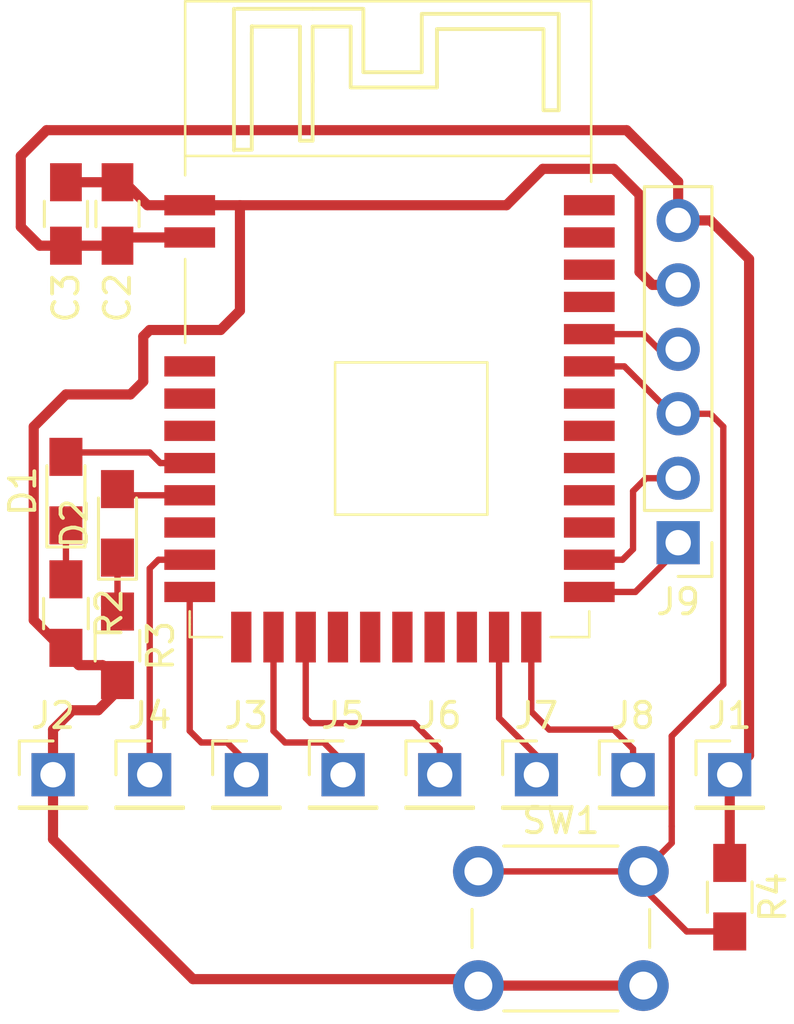
<source format=kicad_pcb>
(kicad_pcb (version 4) (host pcbnew 4.0.7)

  (general
    (links 30)
    (no_connects 0)
    (area 0 0 0 0)
    (thickness 1.6)
    (drawings 0)
    (tracks 111)
    (zones 0)
    (modules 18)
    (nets 36)
  )

  (page A4)
  (layers
    (0 F.Cu signal)
    (31 B.Cu signal)
    (32 B.Adhes user)
    (33 F.Adhes user)
    (34 B.Paste user)
    (35 F.Paste user)
    (36 B.SilkS user)
    (37 F.SilkS user)
    (38 B.Mask user)
    (39 F.Mask user)
    (40 Dwgs.User user)
    (41 Cmts.User user)
    (42 Eco1.User user)
    (43 Eco2.User user)
    (44 Edge.Cuts user)
    (45 Margin user)
    (46 B.CrtYd user)
    (47 F.CrtYd user)
    (48 B.Fab user)
    (49 F.Fab user hide)
  )

  (setup
    (last_trace_width 0.4)
    (user_trace_width 0.4)
    (trace_clearance 0.2)
    (zone_clearance 0.508)
    (zone_45_only no)
    (trace_min 0.2)
    (segment_width 0.2)
    (edge_width 0.1)
    (via_size 0.6)
    (via_drill 0.4)
    (via_min_size 0.6)
    (via_min_drill 0.4)
    (uvia_size 0.3)
    (uvia_drill 0.1)
    (uvias_allowed no)
    (uvia_min_size 0.2)
    (uvia_min_drill 0.1)
    (pcb_text_width 0.3)
    (pcb_text_size 1.5 1.5)
    (mod_edge_width 0.15)
    (mod_text_size 1 1)
    (mod_text_width 0.15)
    (pad_size 1.5 1.5)
    (pad_drill 0.6)
    (pad_to_mask_clearance 0)
    (aux_axis_origin 0 0)
    (visible_elements FFFEFE7F)
    (pcbplotparams
      (layerselection 0x00030_80000001)
      (usegerberextensions false)
      (excludeedgelayer true)
      (linewidth 0.100000)
      (plotframeref false)
      (viasonmask false)
      (mode 1)
      (useauxorigin false)
      (hpglpennumber 1)
      (hpglpenspeed 20)
      (hpglpendiameter 15)
      (hpglpenoverlay 2)
      (psnegative false)
      (psa4output false)
      (plotreference true)
      (plotvalue true)
      (plotinvisibletext false)
      (padsonsilk false)
      (subtractmaskfromsilk false)
      (outputformat 1)
      (mirror false)
      (drillshape 1)
      (scaleselection 1)
      (outputdirectory ""))
  )

  (net 0 "")
  (net 1 "Net-(D1-Pad1)")
  (net 2 LED01)
  (net 3 "Net-(D2-Pad1)")
  (net 4 LED02)
  (net 5 VCC)
  (net 6 GND)
  (net 7 I2C_CLK)
  (net 8 I2C_DATA)
  (net 9 A01)
  (net 10 A02)
  (net 11 TX_DAP)
  (net 12 RX_DAP)
  (net 13 SWDIO_DAP)
  (net 14 SWCLK_DAP)
  (net 15 "Net-(U2-Pad8)")
  (net 16 "Net-(U2-Pad11)")
  (net 17 "Net-(U2-Pad14)")
  (net 18 "Net-(U2-Pad15)")
  (net 19 "Net-(U2-Pad16)")
  (net 20 "Net-(U2-Pad17)")
  (net 21 "Net-(U2-Pad18)")
  (net 22 "Net-(U2-Pad23)")
  (net 23 "Net-(U2-Pad24)")
  (net 24 "Net-(U2-Pad25)")
  (net 25 "Net-(U2-Pad26)")
  (net 26 "Net-(U2-Pad30)")
  (net 27 "Net-(U2-Pad31)")
  (net 28 "Net-(U2-Pad32)")
  (net 29 "Net-(U2-Pad33)")
  (net 30 D08)
  (net 31 D09)
  (net 32 "Net-(U2-Pad3)")
  (net 33 "Net-(U2-Pad27)")
  (net 34 "Net-(U2-Pad4)")
  (net 35 "Net-(U2-Pad5)")

  (net_class Default "This is the default net class."
    (clearance 0.2)
    (trace_width 0.25)
    (via_dia 0.6)
    (via_drill 0.4)
    (uvia_dia 0.3)
    (uvia_drill 0.1)
    (add_net A01)
    (add_net A02)
    (add_net D08)
    (add_net D09)
    (add_net GND)
    (add_net I2C_CLK)
    (add_net I2C_DATA)
    (add_net LED01)
    (add_net LED02)
    (add_net "Net-(D1-Pad1)")
    (add_net "Net-(D2-Pad1)")
    (add_net "Net-(U2-Pad11)")
    (add_net "Net-(U2-Pad14)")
    (add_net "Net-(U2-Pad15)")
    (add_net "Net-(U2-Pad16)")
    (add_net "Net-(U2-Pad17)")
    (add_net "Net-(U2-Pad18)")
    (add_net "Net-(U2-Pad23)")
    (add_net "Net-(U2-Pad24)")
    (add_net "Net-(U2-Pad25)")
    (add_net "Net-(U2-Pad26)")
    (add_net "Net-(U2-Pad27)")
    (add_net "Net-(U2-Pad3)")
    (add_net "Net-(U2-Pad30)")
    (add_net "Net-(U2-Pad31)")
    (add_net "Net-(U2-Pad32)")
    (add_net "Net-(U2-Pad33)")
    (add_net "Net-(U2-Pad4)")
    (add_net "Net-(U2-Pad5)")
    (add_net "Net-(U2-Pad8)")
    (add_net RX_DAP)
    (add_net SWCLK_DAP)
    (add_net SWDIO_DAP)
    (add_net TX_DAP)
    (add_net VCC)
  )

  (net_class VCC ""
    (clearance 0.2)
    (trace_width 0.4)
    (via_dia 0.6)
    (via_drill 0.4)
    (uvia_dia 0.3)
    (uvia_drill 0.1)
  )

  (module LEDs:LED_0805_HandSoldering (layer F.Cu) (tedit 595FCA25) (tstamp 5A781159)
    (at 140.208 70.358 90)
    (descr "Resistor SMD 0805, hand soldering")
    (tags "resistor 0805")
    (path /5A744F95)
    (attr smd)
    (fp_text reference D1 (at 0 -1.7 90) (layer F.SilkS)
      (effects (font (size 1 1) (thickness 0.15)))
    )
    (fp_text value LED (at 0 1.75 90) (layer F.Fab)
      (effects (font (size 1 1) (thickness 0.15)))
    )
    (fp_line (start -0.4 -0.4) (end -0.4 0.4) (layer F.Fab) (width 0.1))
    (fp_line (start -0.4 0) (end 0.2 -0.4) (layer F.Fab) (width 0.1))
    (fp_line (start 0.2 0.4) (end -0.4 0) (layer F.Fab) (width 0.1))
    (fp_line (start 0.2 -0.4) (end 0.2 0.4) (layer F.Fab) (width 0.1))
    (fp_line (start -1 0.62) (end -1 -0.62) (layer F.Fab) (width 0.1))
    (fp_line (start 1 0.62) (end -1 0.62) (layer F.Fab) (width 0.1))
    (fp_line (start 1 -0.62) (end 1 0.62) (layer F.Fab) (width 0.1))
    (fp_line (start -1 -0.62) (end 1 -0.62) (layer F.Fab) (width 0.1))
    (fp_line (start 1 0.75) (end -2.2 0.75) (layer F.SilkS) (width 0.12))
    (fp_line (start -2.2 -0.75) (end 1 -0.75) (layer F.SilkS) (width 0.12))
    (fp_line (start -2.35 -0.9) (end 2.35 -0.9) (layer F.CrtYd) (width 0.05))
    (fp_line (start -2.35 -0.9) (end -2.35 0.9) (layer F.CrtYd) (width 0.05))
    (fp_line (start 2.35 0.9) (end 2.35 -0.9) (layer F.CrtYd) (width 0.05))
    (fp_line (start 2.35 0.9) (end -2.35 0.9) (layer F.CrtYd) (width 0.05))
    (fp_line (start -2.2 -0.75) (end -2.2 0.75) (layer F.SilkS) (width 0.12))
    (pad 1 smd rect (at -1.35 0 90) (size 1.5 1.3) (layers F.Cu F.Paste F.Mask)
      (net 1 "Net-(D1-Pad1)"))
    (pad 2 smd rect (at 1.35 0 90) (size 1.5 1.3) (layers F.Cu F.Paste F.Mask)
      (net 2 LED01))
    (model ${KISYS3DMOD}/LEDs.3dshapes/LED_0805.wrl
      (at (xyz 0 0 0))
      (scale (xyz 1 1 1))
      (rotate (xyz 0 0 0))
    )
  )

  (module LEDs:LED_0805_HandSoldering (layer F.Cu) (tedit 595FCA25) (tstamp 5A78116E)
    (at 142.24 71.628 90)
    (descr "Resistor SMD 0805, hand soldering")
    (tags "resistor 0805")
    (path /5A744F9B)
    (attr smd)
    (fp_text reference D2 (at 0 -1.7 90) (layer F.SilkS)
      (effects (font (size 1 1) (thickness 0.15)))
    )
    (fp_text value LED (at 0 1.75 90) (layer F.Fab)
      (effects (font (size 1 1) (thickness 0.15)))
    )
    (fp_line (start -0.4 -0.4) (end -0.4 0.4) (layer F.Fab) (width 0.1))
    (fp_line (start -0.4 0) (end 0.2 -0.4) (layer F.Fab) (width 0.1))
    (fp_line (start 0.2 0.4) (end -0.4 0) (layer F.Fab) (width 0.1))
    (fp_line (start 0.2 -0.4) (end 0.2 0.4) (layer F.Fab) (width 0.1))
    (fp_line (start -1 0.62) (end -1 -0.62) (layer F.Fab) (width 0.1))
    (fp_line (start 1 0.62) (end -1 0.62) (layer F.Fab) (width 0.1))
    (fp_line (start 1 -0.62) (end 1 0.62) (layer F.Fab) (width 0.1))
    (fp_line (start -1 -0.62) (end 1 -0.62) (layer F.Fab) (width 0.1))
    (fp_line (start 1 0.75) (end -2.2 0.75) (layer F.SilkS) (width 0.12))
    (fp_line (start -2.2 -0.75) (end 1 -0.75) (layer F.SilkS) (width 0.12))
    (fp_line (start -2.35 -0.9) (end 2.35 -0.9) (layer F.CrtYd) (width 0.05))
    (fp_line (start -2.35 -0.9) (end -2.35 0.9) (layer F.CrtYd) (width 0.05))
    (fp_line (start 2.35 0.9) (end 2.35 -0.9) (layer F.CrtYd) (width 0.05))
    (fp_line (start 2.35 0.9) (end -2.35 0.9) (layer F.CrtYd) (width 0.05))
    (fp_line (start -2.2 -0.75) (end -2.2 0.75) (layer F.SilkS) (width 0.12))
    (pad 1 smd rect (at -1.35 0 90) (size 1.5 1.3) (layers F.Cu F.Paste F.Mask)
      (net 3 "Net-(D2-Pad1)"))
    (pad 2 smd rect (at 1.35 0 90) (size 1.5 1.3) (layers F.Cu F.Paste F.Mask)
      (net 4 LED02))
    (model ${KISYS3DMOD}/LEDs.3dshapes/LED_0805.wrl
      (at (xyz 0 0 0))
      (scale (xyz 1 1 1))
      (rotate (xyz 0 0 0))
    )
  )

  (module Pin_Headers:Pin_Header_Straight_1x01_Pitch2.54mm (layer F.Cu) (tedit 59650532) (tstamp 5A781183)
    (at 166.37 81.534)
    (descr "Through hole straight pin header, 1x01, 2.54mm pitch, single row")
    (tags "Through hole pin header THT 1x01 2.54mm single row")
    (path /5A7471DE)
    (fp_text reference J1 (at 0 -2.33) (layer F.SilkS)
      (effects (font (size 1 1) (thickness 0.15)))
    )
    (fp_text value Conn_VCC (at 0 2.33) (layer F.Fab)
      (effects (font (size 1 1) (thickness 0.15)))
    )
    (fp_line (start -0.635 -1.27) (end 1.27 -1.27) (layer F.Fab) (width 0.1))
    (fp_line (start 1.27 -1.27) (end 1.27 1.27) (layer F.Fab) (width 0.1))
    (fp_line (start 1.27 1.27) (end -1.27 1.27) (layer F.Fab) (width 0.1))
    (fp_line (start -1.27 1.27) (end -1.27 -0.635) (layer F.Fab) (width 0.1))
    (fp_line (start -1.27 -0.635) (end -0.635 -1.27) (layer F.Fab) (width 0.1))
    (fp_line (start -1.33 1.33) (end 1.33 1.33) (layer F.SilkS) (width 0.12))
    (fp_line (start -1.33 1.27) (end -1.33 1.33) (layer F.SilkS) (width 0.12))
    (fp_line (start 1.33 1.27) (end 1.33 1.33) (layer F.SilkS) (width 0.12))
    (fp_line (start -1.33 1.27) (end 1.33 1.27) (layer F.SilkS) (width 0.12))
    (fp_line (start -1.33 0) (end -1.33 -1.33) (layer F.SilkS) (width 0.12))
    (fp_line (start -1.33 -1.33) (end 0 -1.33) (layer F.SilkS) (width 0.12))
    (fp_line (start -1.8 -1.8) (end -1.8 1.8) (layer F.CrtYd) (width 0.05))
    (fp_line (start -1.8 1.8) (end 1.8 1.8) (layer F.CrtYd) (width 0.05))
    (fp_line (start 1.8 1.8) (end 1.8 -1.8) (layer F.CrtYd) (width 0.05))
    (fp_line (start 1.8 -1.8) (end -1.8 -1.8) (layer F.CrtYd) (width 0.05))
    (fp_text user %R (at 0 0 90) (layer F.Fab)
      (effects (font (size 1 1) (thickness 0.15)))
    )
    (pad 1 thru_hole rect (at 0 0) (size 1.7 1.7) (drill 1) (layers *.Cu *.Mask)
      (net 5 VCC))
    (model ${KISYS3DMOD}/Pin_Headers.3dshapes/Pin_Header_Straight_1x01_Pitch2.54mm.wrl
      (at (xyz 0 0 0))
      (scale (xyz 1 1 1))
      (rotate (xyz 0 0 0))
    )
  )

  (module Pin_Headers:Pin_Header_Straight_1x01_Pitch2.54mm (layer F.Cu) (tedit 59650532) (tstamp 5A781198)
    (at 139.7 81.534)
    (descr "Through hole straight pin header, 1x01, 2.54mm pitch, single row")
    (tags "Through hole pin header THT 1x01 2.54mm single row")
    (path /5A747223)
    (fp_text reference J2 (at 0 -2.33) (layer F.SilkS)
      (effects (font (size 1 1) (thickness 0.15)))
    )
    (fp_text value Conn_GND (at 0 2.33) (layer F.Fab)
      (effects (font (size 1 1) (thickness 0.15)))
    )
    (fp_line (start -0.635 -1.27) (end 1.27 -1.27) (layer F.Fab) (width 0.1))
    (fp_line (start 1.27 -1.27) (end 1.27 1.27) (layer F.Fab) (width 0.1))
    (fp_line (start 1.27 1.27) (end -1.27 1.27) (layer F.Fab) (width 0.1))
    (fp_line (start -1.27 1.27) (end -1.27 -0.635) (layer F.Fab) (width 0.1))
    (fp_line (start -1.27 -0.635) (end -0.635 -1.27) (layer F.Fab) (width 0.1))
    (fp_line (start -1.33 1.33) (end 1.33 1.33) (layer F.SilkS) (width 0.12))
    (fp_line (start -1.33 1.27) (end -1.33 1.33) (layer F.SilkS) (width 0.12))
    (fp_line (start 1.33 1.27) (end 1.33 1.33) (layer F.SilkS) (width 0.12))
    (fp_line (start -1.33 1.27) (end 1.33 1.27) (layer F.SilkS) (width 0.12))
    (fp_line (start -1.33 0) (end -1.33 -1.33) (layer F.SilkS) (width 0.12))
    (fp_line (start -1.33 -1.33) (end 0 -1.33) (layer F.SilkS) (width 0.12))
    (fp_line (start -1.8 -1.8) (end -1.8 1.8) (layer F.CrtYd) (width 0.05))
    (fp_line (start -1.8 1.8) (end 1.8 1.8) (layer F.CrtYd) (width 0.05))
    (fp_line (start 1.8 1.8) (end 1.8 -1.8) (layer F.CrtYd) (width 0.05))
    (fp_line (start 1.8 -1.8) (end -1.8 -1.8) (layer F.CrtYd) (width 0.05))
    (fp_text user %R (at 0 0 90) (layer F.Fab)
      (effects (font (size 1 1) (thickness 0.15)))
    )
    (pad 1 thru_hole rect (at 0 0) (size 1.7 1.7) (drill 1) (layers *.Cu *.Mask)
      (net 6 GND))
    (model ${KISYS3DMOD}/Pin_Headers.3dshapes/Pin_Header_Straight_1x01_Pitch2.54mm.wrl
      (at (xyz 0 0 0))
      (scale (xyz 1 1 1))
      (rotate (xyz 0 0 0))
    )
  )

  (module Pin_Headers:Pin_Header_Straight_1x01_Pitch2.54mm (layer F.Cu) (tedit 59650532) (tstamp 5A7811AD)
    (at 147.32 81.534)
    (descr "Through hole straight pin header, 1x01, 2.54mm pitch, single row")
    (tags "Through hole pin header THT 1x01 2.54mm single row")
    (path /5A7477F3)
    (fp_text reference J3 (at 0 -2.33) (layer F.SilkS)
      (effects (font (size 1 1) (thickness 0.15)))
    )
    (fp_text value Conn_I2C_CLK (at 0 2.33) (layer F.Fab)
      (effects (font (size 1 1) (thickness 0.15)))
    )
    (fp_line (start -0.635 -1.27) (end 1.27 -1.27) (layer F.Fab) (width 0.1))
    (fp_line (start 1.27 -1.27) (end 1.27 1.27) (layer F.Fab) (width 0.1))
    (fp_line (start 1.27 1.27) (end -1.27 1.27) (layer F.Fab) (width 0.1))
    (fp_line (start -1.27 1.27) (end -1.27 -0.635) (layer F.Fab) (width 0.1))
    (fp_line (start -1.27 -0.635) (end -0.635 -1.27) (layer F.Fab) (width 0.1))
    (fp_line (start -1.33 1.33) (end 1.33 1.33) (layer F.SilkS) (width 0.12))
    (fp_line (start -1.33 1.27) (end -1.33 1.33) (layer F.SilkS) (width 0.12))
    (fp_line (start 1.33 1.27) (end 1.33 1.33) (layer F.SilkS) (width 0.12))
    (fp_line (start -1.33 1.27) (end 1.33 1.27) (layer F.SilkS) (width 0.12))
    (fp_line (start -1.33 0) (end -1.33 -1.33) (layer F.SilkS) (width 0.12))
    (fp_line (start -1.33 -1.33) (end 0 -1.33) (layer F.SilkS) (width 0.12))
    (fp_line (start -1.8 -1.8) (end -1.8 1.8) (layer F.CrtYd) (width 0.05))
    (fp_line (start -1.8 1.8) (end 1.8 1.8) (layer F.CrtYd) (width 0.05))
    (fp_line (start 1.8 1.8) (end 1.8 -1.8) (layer F.CrtYd) (width 0.05))
    (fp_line (start 1.8 -1.8) (end -1.8 -1.8) (layer F.CrtYd) (width 0.05))
    (fp_text user %R (at 0 0 90) (layer F.Fab)
      (effects (font (size 1 1) (thickness 0.15)))
    )
    (pad 1 thru_hole rect (at 0 0) (size 1.7 1.7) (drill 1) (layers *.Cu *.Mask)
      (net 7 I2C_CLK))
    (model ${KISYS3DMOD}/Pin_Headers.3dshapes/Pin_Header_Straight_1x01_Pitch2.54mm.wrl
      (at (xyz 0 0 0))
      (scale (xyz 1 1 1))
      (rotate (xyz 0 0 0))
    )
  )

  (module Pin_Headers:Pin_Header_Straight_1x01_Pitch2.54mm (layer F.Cu) (tedit 59650532) (tstamp 5A7811C2)
    (at 143.51 81.534)
    (descr "Through hole straight pin header, 1x01, 2.54mm pitch, single row")
    (tags "Through hole pin header THT 1x01 2.54mm single row")
    (path /5A7477F9)
    (fp_text reference J4 (at 0 -2.33) (layer F.SilkS)
      (effects (font (size 1 1) (thickness 0.15)))
    )
    (fp_text value Conn_I2C_DATA (at 0 2.33) (layer F.Fab)
      (effects (font (size 1 1) (thickness 0.15)))
    )
    (fp_line (start -0.635 -1.27) (end 1.27 -1.27) (layer F.Fab) (width 0.1))
    (fp_line (start 1.27 -1.27) (end 1.27 1.27) (layer F.Fab) (width 0.1))
    (fp_line (start 1.27 1.27) (end -1.27 1.27) (layer F.Fab) (width 0.1))
    (fp_line (start -1.27 1.27) (end -1.27 -0.635) (layer F.Fab) (width 0.1))
    (fp_line (start -1.27 -0.635) (end -0.635 -1.27) (layer F.Fab) (width 0.1))
    (fp_line (start -1.33 1.33) (end 1.33 1.33) (layer F.SilkS) (width 0.12))
    (fp_line (start -1.33 1.27) (end -1.33 1.33) (layer F.SilkS) (width 0.12))
    (fp_line (start 1.33 1.27) (end 1.33 1.33) (layer F.SilkS) (width 0.12))
    (fp_line (start -1.33 1.27) (end 1.33 1.27) (layer F.SilkS) (width 0.12))
    (fp_line (start -1.33 0) (end -1.33 -1.33) (layer F.SilkS) (width 0.12))
    (fp_line (start -1.33 -1.33) (end 0 -1.33) (layer F.SilkS) (width 0.12))
    (fp_line (start -1.8 -1.8) (end -1.8 1.8) (layer F.CrtYd) (width 0.05))
    (fp_line (start -1.8 1.8) (end 1.8 1.8) (layer F.CrtYd) (width 0.05))
    (fp_line (start 1.8 1.8) (end 1.8 -1.8) (layer F.CrtYd) (width 0.05))
    (fp_line (start 1.8 -1.8) (end -1.8 -1.8) (layer F.CrtYd) (width 0.05))
    (fp_text user %R (at 0 0 90) (layer F.Fab)
      (effects (font (size 1 1) (thickness 0.15)))
    )
    (pad 1 thru_hole rect (at 0 0) (size 1.7 1.7) (drill 1) (layers *.Cu *.Mask)
      (net 8 I2C_DATA))
    (model ${KISYS3DMOD}/Pin_Headers.3dshapes/Pin_Header_Straight_1x01_Pitch2.54mm.wrl
      (at (xyz 0 0 0))
      (scale (xyz 1 1 1))
      (rotate (xyz 0 0 0))
    )
  )

  (module Pin_Headers:Pin_Header_Straight_1x01_Pitch2.54mm (layer F.Cu) (tedit 59650532) (tstamp 5A7811D7)
    (at 151.13 81.534)
    (descr "Through hole straight pin header, 1x01, 2.54mm pitch, single row")
    (tags "Through hole pin header THT 1x01 2.54mm single row")
    (path /5A746FEE)
    (fp_text reference J5 (at 0 -2.33) (layer F.SilkS)
      (effects (font (size 1 1) (thickness 0.15)))
    )
    (fp_text value Conn_A01 (at 0 2.33) (layer F.Fab)
      (effects (font (size 1 1) (thickness 0.15)))
    )
    (fp_line (start -0.635 -1.27) (end 1.27 -1.27) (layer F.Fab) (width 0.1))
    (fp_line (start 1.27 -1.27) (end 1.27 1.27) (layer F.Fab) (width 0.1))
    (fp_line (start 1.27 1.27) (end -1.27 1.27) (layer F.Fab) (width 0.1))
    (fp_line (start -1.27 1.27) (end -1.27 -0.635) (layer F.Fab) (width 0.1))
    (fp_line (start -1.27 -0.635) (end -0.635 -1.27) (layer F.Fab) (width 0.1))
    (fp_line (start -1.33 1.33) (end 1.33 1.33) (layer F.SilkS) (width 0.12))
    (fp_line (start -1.33 1.27) (end -1.33 1.33) (layer F.SilkS) (width 0.12))
    (fp_line (start 1.33 1.27) (end 1.33 1.33) (layer F.SilkS) (width 0.12))
    (fp_line (start -1.33 1.27) (end 1.33 1.27) (layer F.SilkS) (width 0.12))
    (fp_line (start -1.33 0) (end -1.33 -1.33) (layer F.SilkS) (width 0.12))
    (fp_line (start -1.33 -1.33) (end 0 -1.33) (layer F.SilkS) (width 0.12))
    (fp_line (start -1.8 -1.8) (end -1.8 1.8) (layer F.CrtYd) (width 0.05))
    (fp_line (start -1.8 1.8) (end 1.8 1.8) (layer F.CrtYd) (width 0.05))
    (fp_line (start 1.8 1.8) (end 1.8 -1.8) (layer F.CrtYd) (width 0.05))
    (fp_line (start 1.8 -1.8) (end -1.8 -1.8) (layer F.CrtYd) (width 0.05))
    (fp_text user %R (at 0 0 90) (layer F.Fab)
      (effects (font (size 1 1) (thickness 0.15)))
    )
    (pad 1 thru_hole rect (at 0 0) (size 1.7 1.7) (drill 1) (layers *.Cu *.Mask)
      (net 9 A01))
    (model ${KISYS3DMOD}/Pin_Headers.3dshapes/Pin_Header_Straight_1x01_Pitch2.54mm.wrl
      (at (xyz 0 0 0))
      (scale (xyz 1 1 1))
      (rotate (xyz 0 0 0))
    )
  )

  (module Pin_Headers:Pin_Header_Straight_1x01_Pitch2.54mm (layer F.Cu) (tedit 59650532) (tstamp 5A7811EC)
    (at 154.94 81.534)
    (descr "Through hole straight pin header, 1x01, 2.54mm pitch, single row")
    (tags "Through hole pin header THT 1x01 2.54mm single row")
    (path /5A7472C1)
    (fp_text reference J6 (at 0 -2.33) (layer F.SilkS)
      (effects (font (size 1 1) (thickness 0.15)))
    )
    (fp_text value Conn_A02 (at 0 2.33) (layer F.Fab)
      (effects (font (size 1 1) (thickness 0.15)))
    )
    (fp_line (start -0.635 -1.27) (end 1.27 -1.27) (layer F.Fab) (width 0.1))
    (fp_line (start 1.27 -1.27) (end 1.27 1.27) (layer F.Fab) (width 0.1))
    (fp_line (start 1.27 1.27) (end -1.27 1.27) (layer F.Fab) (width 0.1))
    (fp_line (start -1.27 1.27) (end -1.27 -0.635) (layer F.Fab) (width 0.1))
    (fp_line (start -1.27 -0.635) (end -0.635 -1.27) (layer F.Fab) (width 0.1))
    (fp_line (start -1.33 1.33) (end 1.33 1.33) (layer F.SilkS) (width 0.12))
    (fp_line (start -1.33 1.27) (end -1.33 1.33) (layer F.SilkS) (width 0.12))
    (fp_line (start 1.33 1.27) (end 1.33 1.33) (layer F.SilkS) (width 0.12))
    (fp_line (start -1.33 1.27) (end 1.33 1.27) (layer F.SilkS) (width 0.12))
    (fp_line (start -1.33 0) (end -1.33 -1.33) (layer F.SilkS) (width 0.12))
    (fp_line (start -1.33 -1.33) (end 0 -1.33) (layer F.SilkS) (width 0.12))
    (fp_line (start -1.8 -1.8) (end -1.8 1.8) (layer F.CrtYd) (width 0.05))
    (fp_line (start -1.8 1.8) (end 1.8 1.8) (layer F.CrtYd) (width 0.05))
    (fp_line (start 1.8 1.8) (end 1.8 -1.8) (layer F.CrtYd) (width 0.05))
    (fp_line (start 1.8 -1.8) (end -1.8 -1.8) (layer F.CrtYd) (width 0.05))
    (fp_text user %R (at 0 0 90) (layer F.Fab)
      (effects (font (size 1 1) (thickness 0.15)))
    )
    (pad 1 thru_hole rect (at 0 0) (size 1.7 1.7) (drill 1) (layers *.Cu *.Mask)
      (net 10 A02))
    (model ${KISYS3DMOD}/Pin_Headers.3dshapes/Pin_Header_Straight_1x01_Pitch2.54mm.wrl
      (at (xyz 0 0 0))
      (scale (xyz 1 1 1))
      (rotate (xyz 0 0 0))
    )
  )

  (module Pin_Headers:Pin_Header_Straight_1x01_Pitch2.54mm (layer F.Cu) (tedit 59650532) (tstamp 5A781201)
    (at 158.75 81.534)
    (descr "Through hole straight pin header, 1x01, 2.54mm pitch, single row")
    (tags "Through hole pin header THT 1x01 2.54mm single row")
    (path /5A747886)
    (fp_text reference J7 (at 0 -2.33) (layer F.SilkS)
      (effects (font (size 1 1) (thickness 0.15)))
    )
    (fp_text value Conn_D08 (at 0 2.33) (layer F.Fab)
      (effects (font (size 1 1) (thickness 0.15)))
    )
    (fp_line (start -0.635 -1.27) (end 1.27 -1.27) (layer F.Fab) (width 0.1))
    (fp_line (start 1.27 -1.27) (end 1.27 1.27) (layer F.Fab) (width 0.1))
    (fp_line (start 1.27 1.27) (end -1.27 1.27) (layer F.Fab) (width 0.1))
    (fp_line (start -1.27 1.27) (end -1.27 -0.635) (layer F.Fab) (width 0.1))
    (fp_line (start -1.27 -0.635) (end -0.635 -1.27) (layer F.Fab) (width 0.1))
    (fp_line (start -1.33 1.33) (end 1.33 1.33) (layer F.SilkS) (width 0.12))
    (fp_line (start -1.33 1.27) (end -1.33 1.33) (layer F.SilkS) (width 0.12))
    (fp_line (start 1.33 1.27) (end 1.33 1.33) (layer F.SilkS) (width 0.12))
    (fp_line (start -1.33 1.27) (end 1.33 1.27) (layer F.SilkS) (width 0.12))
    (fp_line (start -1.33 0) (end -1.33 -1.33) (layer F.SilkS) (width 0.12))
    (fp_line (start -1.33 -1.33) (end 0 -1.33) (layer F.SilkS) (width 0.12))
    (fp_line (start -1.8 -1.8) (end -1.8 1.8) (layer F.CrtYd) (width 0.05))
    (fp_line (start -1.8 1.8) (end 1.8 1.8) (layer F.CrtYd) (width 0.05))
    (fp_line (start 1.8 1.8) (end 1.8 -1.8) (layer F.CrtYd) (width 0.05))
    (fp_line (start 1.8 -1.8) (end -1.8 -1.8) (layer F.CrtYd) (width 0.05))
    (fp_text user %R (at 0 0 90) (layer F.Fab)
      (effects (font (size 1 1) (thickness 0.15)))
    )
    (pad 1 thru_hole rect (at 0 0) (size 1.7 1.7) (drill 1) (layers *.Cu *.Mask)
      (net 30 D08))
    (model ${KISYS3DMOD}/Pin_Headers.3dshapes/Pin_Header_Straight_1x01_Pitch2.54mm.wrl
      (at (xyz 0 0 0))
      (scale (xyz 1 1 1))
      (rotate (xyz 0 0 0))
    )
  )

  (module Pin_Headers:Pin_Header_Straight_1x01_Pitch2.54mm (layer F.Cu) (tedit 59650532) (tstamp 5A781216)
    (at 162.56 81.534)
    (descr "Through hole straight pin header, 1x01, 2.54mm pitch, single row")
    (tags "Through hole pin header THT 1x01 2.54mm single row")
    (path /5A74788C)
    (fp_text reference J8 (at 0 -2.33) (layer F.SilkS)
      (effects (font (size 1 1) (thickness 0.15)))
    )
    (fp_text value Conn_D09 (at 0 2.33) (layer F.Fab)
      (effects (font (size 1 1) (thickness 0.15)))
    )
    (fp_line (start -0.635 -1.27) (end 1.27 -1.27) (layer F.Fab) (width 0.1))
    (fp_line (start 1.27 -1.27) (end 1.27 1.27) (layer F.Fab) (width 0.1))
    (fp_line (start 1.27 1.27) (end -1.27 1.27) (layer F.Fab) (width 0.1))
    (fp_line (start -1.27 1.27) (end -1.27 -0.635) (layer F.Fab) (width 0.1))
    (fp_line (start -1.27 -0.635) (end -0.635 -1.27) (layer F.Fab) (width 0.1))
    (fp_line (start -1.33 1.33) (end 1.33 1.33) (layer F.SilkS) (width 0.12))
    (fp_line (start -1.33 1.27) (end -1.33 1.33) (layer F.SilkS) (width 0.12))
    (fp_line (start 1.33 1.27) (end 1.33 1.33) (layer F.SilkS) (width 0.12))
    (fp_line (start -1.33 1.27) (end 1.33 1.27) (layer F.SilkS) (width 0.12))
    (fp_line (start -1.33 0) (end -1.33 -1.33) (layer F.SilkS) (width 0.12))
    (fp_line (start -1.33 -1.33) (end 0 -1.33) (layer F.SilkS) (width 0.12))
    (fp_line (start -1.8 -1.8) (end -1.8 1.8) (layer F.CrtYd) (width 0.05))
    (fp_line (start -1.8 1.8) (end 1.8 1.8) (layer F.CrtYd) (width 0.05))
    (fp_line (start 1.8 1.8) (end 1.8 -1.8) (layer F.CrtYd) (width 0.05))
    (fp_line (start 1.8 -1.8) (end -1.8 -1.8) (layer F.CrtYd) (width 0.05))
    (fp_text user %R (at 0 0 90) (layer F.Fab)
      (effects (font (size 1 1) (thickness 0.15)))
    )
    (pad 1 thru_hole rect (at 0 0) (size 1.7 1.7) (drill 1) (layers *.Cu *.Mask)
      (net 31 D09))
    (model ${KISYS3DMOD}/Pin_Headers.3dshapes/Pin_Header_Straight_1x01_Pitch2.54mm.wrl
      (at (xyz 0 0 0))
      (scale (xyz 1 1 1))
      (rotate (xyz 0 0 0))
    )
  )

  (module Pin_Headers:Pin_Header_Straight_1x06_Pitch2.54mm (layer F.Cu) (tedit 59650532) (tstamp 5A781230)
    (at 164.338 72.39 180)
    (descr "Through hole straight pin header, 1x06, 2.54mm pitch, single row")
    (tags "Through hole pin header THT 1x06 2.54mm single row")
    (path /5A74268B)
    (fp_text reference J9 (at 0 -2.33 180) (layer F.SilkS)
      (effects (font (size 1 1) (thickness 0.15)))
    )
    (fp_text value Conn_DAP (at 0 15.03 180) (layer F.Fab)
      (effects (font (size 1 1) (thickness 0.15)))
    )
    (fp_line (start -0.635 -1.27) (end 1.27 -1.27) (layer F.Fab) (width 0.1))
    (fp_line (start 1.27 -1.27) (end 1.27 13.97) (layer F.Fab) (width 0.1))
    (fp_line (start 1.27 13.97) (end -1.27 13.97) (layer F.Fab) (width 0.1))
    (fp_line (start -1.27 13.97) (end -1.27 -0.635) (layer F.Fab) (width 0.1))
    (fp_line (start -1.27 -0.635) (end -0.635 -1.27) (layer F.Fab) (width 0.1))
    (fp_line (start -1.33 14.03) (end 1.33 14.03) (layer F.SilkS) (width 0.12))
    (fp_line (start -1.33 1.27) (end -1.33 14.03) (layer F.SilkS) (width 0.12))
    (fp_line (start 1.33 1.27) (end 1.33 14.03) (layer F.SilkS) (width 0.12))
    (fp_line (start -1.33 1.27) (end 1.33 1.27) (layer F.SilkS) (width 0.12))
    (fp_line (start -1.33 0) (end -1.33 -1.33) (layer F.SilkS) (width 0.12))
    (fp_line (start -1.33 -1.33) (end 0 -1.33) (layer F.SilkS) (width 0.12))
    (fp_line (start -1.8 -1.8) (end -1.8 14.5) (layer F.CrtYd) (width 0.05))
    (fp_line (start -1.8 14.5) (end 1.8 14.5) (layer F.CrtYd) (width 0.05))
    (fp_line (start 1.8 14.5) (end 1.8 -1.8) (layer F.CrtYd) (width 0.05))
    (fp_line (start 1.8 -1.8) (end -1.8 -1.8) (layer F.CrtYd) (width 0.05))
    (fp_text user %R (at 0 6.35 270) (layer F.Fab)
      (effects (font (size 1 1) (thickness 0.15)))
    )
    (pad 1 thru_hole rect (at 0 0 180) (size 1.7 1.7) (drill 1) (layers *.Cu *.Mask)
      (net 11 TX_DAP))
    (pad 2 thru_hole oval (at 0 2.54 180) (size 1.7 1.7) (drill 1) (layers *.Cu *.Mask)
      (net 12 RX_DAP))
    (pad 3 thru_hole oval (at 0 5.08 180) (size 1.7 1.7) (drill 1) (layers *.Cu *.Mask)
      (net 13 SWDIO_DAP))
    (pad 4 thru_hole oval (at 0 7.62 180) (size 1.7 1.7) (drill 1) (layers *.Cu *.Mask)
      (net 14 SWCLK_DAP))
    (pad 5 thru_hole oval (at 0 10.16 180) (size 1.7 1.7) (drill 1) (layers *.Cu *.Mask)
      (net 6 GND))
    (pad 6 thru_hole oval (at 0 12.7 180) (size 1.7 1.7) (drill 1) (layers *.Cu *.Mask)
      (net 5 VCC))
    (model ${KISYS3DMOD}/Pin_Headers.3dshapes/Pin_Header_Straight_1x06_Pitch2.54mm.wrl
      (at (xyz 0 0 0))
      (scale (xyz 1 1 1))
      (rotate (xyz 0 0 0))
    )
  )

  (module Resistors_SMD:R_0805_HandSoldering (layer F.Cu) (tedit 58E0A804) (tstamp 5A781241)
    (at 140.208 75.184 270)
    (descr "Resistor SMD 0805, hand soldering")
    (tags "resistor 0805")
    (path /5A744FA1)
    (attr smd)
    (fp_text reference R2 (at 0 -1.7 270) (layer F.SilkS)
      (effects (font (size 1 1) (thickness 0.15)))
    )
    (fp_text value 1K (at 0 1.75 270) (layer F.Fab)
      (effects (font (size 1 1) (thickness 0.15)))
    )
    (fp_text user %R (at 0 0 270) (layer F.Fab)
      (effects (font (size 0.5 0.5) (thickness 0.075)))
    )
    (fp_line (start -1 0.62) (end -1 -0.62) (layer F.Fab) (width 0.1))
    (fp_line (start 1 0.62) (end -1 0.62) (layer F.Fab) (width 0.1))
    (fp_line (start 1 -0.62) (end 1 0.62) (layer F.Fab) (width 0.1))
    (fp_line (start -1 -0.62) (end 1 -0.62) (layer F.Fab) (width 0.1))
    (fp_line (start 0.6 0.88) (end -0.6 0.88) (layer F.SilkS) (width 0.12))
    (fp_line (start -0.6 -0.88) (end 0.6 -0.88) (layer F.SilkS) (width 0.12))
    (fp_line (start -2.35 -0.9) (end 2.35 -0.9) (layer F.CrtYd) (width 0.05))
    (fp_line (start -2.35 -0.9) (end -2.35 0.9) (layer F.CrtYd) (width 0.05))
    (fp_line (start 2.35 0.9) (end 2.35 -0.9) (layer F.CrtYd) (width 0.05))
    (fp_line (start 2.35 0.9) (end -2.35 0.9) (layer F.CrtYd) (width 0.05))
    (pad 1 smd rect (at -1.35 0 270) (size 1.5 1.3) (layers F.Cu F.Paste F.Mask)
      (net 1 "Net-(D1-Pad1)"))
    (pad 2 smd rect (at 1.35 0 270) (size 1.5 1.3) (layers F.Cu F.Paste F.Mask)
      (net 6 GND))
    (model ${KISYS3DMOD}/Resistors_SMD.3dshapes/R_0805.wrl
      (at (xyz 0 0 0))
      (scale (xyz 1 1 1))
      (rotate (xyz 0 0 0))
    )
  )

  (module Resistors_SMD:R_0805_HandSoldering (layer F.Cu) (tedit 58E0A804) (tstamp 5A781252)
    (at 142.24 76.454 270)
    (descr "Resistor SMD 0805, hand soldering")
    (tags "resistor 0805")
    (path /5A744FA7)
    (attr smd)
    (fp_text reference R3 (at 0 -1.7 270) (layer F.SilkS)
      (effects (font (size 1 1) (thickness 0.15)))
    )
    (fp_text value 1K (at 0 1.75 270) (layer F.Fab)
      (effects (font (size 1 1) (thickness 0.15)))
    )
    (fp_text user %R (at 0 0 270) (layer F.Fab)
      (effects (font (size 0.5 0.5) (thickness 0.075)))
    )
    (fp_line (start -1 0.62) (end -1 -0.62) (layer F.Fab) (width 0.1))
    (fp_line (start 1 0.62) (end -1 0.62) (layer F.Fab) (width 0.1))
    (fp_line (start 1 -0.62) (end 1 0.62) (layer F.Fab) (width 0.1))
    (fp_line (start -1 -0.62) (end 1 -0.62) (layer F.Fab) (width 0.1))
    (fp_line (start 0.6 0.88) (end -0.6 0.88) (layer F.SilkS) (width 0.12))
    (fp_line (start -0.6 -0.88) (end 0.6 -0.88) (layer F.SilkS) (width 0.12))
    (fp_line (start -2.35 -0.9) (end 2.35 -0.9) (layer F.CrtYd) (width 0.05))
    (fp_line (start -2.35 -0.9) (end -2.35 0.9) (layer F.CrtYd) (width 0.05))
    (fp_line (start 2.35 0.9) (end 2.35 -0.9) (layer F.CrtYd) (width 0.05))
    (fp_line (start 2.35 0.9) (end -2.35 0.9) (layer F.CrtYd) (width 0.05))
    (pad 1 smd rect (at -1.35 0 270) (size 1.5 1.3) (layers F.Cu F.Paste F.Mask)
      (net 3 "Net-(D2-Pad1)"))
    (pad 2 smd rect (at 1.35 0 270) (size 1.5 1.3) (layers F.Cu F.Paste F.Mask)
      (net 6 GND))
    (model ${KISYS3DMOD}/Resistors_SMD.3dshapes/R_0805.wrl
      (at (xyz 0 0 0))
      (scale (xyz 1 1 1))
      (rotate (xyz 0 0 0))
    )
  )

  (module Resistors_SMD:R_0805_HandSoldering (layer F.Cu) (tedit 58E0A804) (tstamp 5A781263)
    (at 166.37 86.36 270)
    (descr "Resistor SMD 0805, hand soldering")
    (tags "resistor 0805")
    (path /5A742BD5)
    (attr smd)
    (fp_text reference R4 (at 0 -1.7 270) (layer F.SilkS)
      (effects (font (size 1 1) (thickness 0.15)))
    )
    (fp_text value 1K (at 0 1.75 270) (layer F.Fab)
      (effects (font (size 1 1) (thickness 0.15)))
    )
    (fp_text user %R (at 0 0 270) (layer F.Fab)
      (effects (font (size 0.5 0.5) (thickness 0.075)))
    )
    (fp_line (start -1 0.62) (end -1 -0.62) (layer F.Fab) (width 0.1))
    (fp_line (start 1 0.62) (end -1 0.62) (layer F.Fab) (width 0.1))
    (fp_line (start 1 -0.62) (end 1 0.62) (layer F.Fab) (width 0.1))
    (fp_line (start -1 -0.62) (end 1 -0.62) (layer F.Fab) (width 0.1))
    (fp_line (start 0.6 0.88) (end -0.6 0.88) (layer F.SilkS) (width 0.12))
    (fp_line (start -0.6 -0.88) (end 0.6 -0.88) (layer F.SilkS) (width 0.12))
    (fp_line (start -2.35 -0.9) (end 2.35 -0.9) (layer F.CrtYd) (width 0.05))
    (fp_line (start -2.35 -0.9) (end -2.35 0.9) (layer F.CrtYd) (width 0.05))
    (fp_line (start 2.35 0.9) (end 2.35 -0.9) (layer F.CrtYd) (width 0.05))
    (fp_line (start 2.35 0.9) (end -2.35 0.9) (layer F.CrtYd) (width 0.05))
    (pad 1 smd rect (at -1.35 0 270) (size 1.5 1.3) (layers F.Cu F.Paste F.Mask)
      (net 5 VCC))
    (pad 2 smd rect (at 1.35 0 270) (size 1.5 1.3) (layers F.Cu F.Paste F.Mask)
      (net 13 SWDIO_DAP))
    (model ${KISYS3DMOD}/Resistors_SMD.3dshapes/R_0805.wrl
      (at (xyz 0 0 0))
      (scale (xyz 1 1 1))
      (rotate (xyz 0 0 0))
    )
  )

  (module Buttons_Switches_THT:SW_PUSH_6mm (layer F.Cu) (tedit 5923F252) (tstamp 5A781282)
    (at 156.464 85.344)
    (descr https://www.omron.com/ecb/products/pdf/en-b3f.pdf)
    (tags "tact sw push 6mm")
    (path /5A745197)
    (fp_text reference SW1 (at 3.25 -2) (layer F.SilkS)
      (effects (font (size 1 1) (thickness 0.15)))
    )
    (fp_text value SW_Push (at 3.75 6.7) (layer F.Fab)
      (effects (font (size 1 1) (thickness 0.15)))
    )
    (fp_text user %R (at 3.25 2.25) (layer F.Fab)
      (effects (font (size 1 1) (thickness 0.15)))
    )
    (fp_line (start 3.25 -0.75) (end 6.25 -0.75) (layer F.Fab) (width 0.1))
    (fp_line (start 6.25 -0.75) (end 6.25 5.25) (layer F.Fab) (width 0.1))
    (fp_line (start 6.25 5.25) (end 0.25 5.25) (layer F.Fab) (width 0.1))
    (fp_line (start 0.25 5.25) (end 0.25 -0.75) (layer F.Fab) (width 0.1))
    (fp_line (start 0.25 -0.75) (end 3.25 -0.75) (layer F.Fab) (width 0.1))
    (fp_line (start 7.75 6) (end 8 6) (layer F.CrtYd) (width 0.05))
    (fp_line (start 8 6) (end 8 5.75) (layer F.CrtYd) (width 0.05))
    (fp_line (start 7.75 -1.5) (end 8 -1.5) (layer F.CrtYd) (width 0.05))
    (fp_line (start 8 -1.5) (end 8 -1.25) (layer F.CrtYd) (width 0.05))
    (fp_line (start -1.5 -1.25) (end -1.5 -1.5) (layer F.CrtYd) (width 0.05))
    (fp_line (start -1.5 -1.5) (end -1.25 -1.5) (layer F.CrtYd) (width 0.05))
    (fp_line (start -1.5 5.75) (end -1.5 6) (layer F.CrtYd) (width 0.05))
    (fp_line (start -1.5 6) (end -1.25 6) (layer F.CrtYd) (width 0.05))
    (fp_line (start -1.25 -1.5) (end 7.75 -1.5) (layer F.CrtYd) (width 0.05))
    (fp_line (start -1.5 5.75) (end -1.5 -1.25) (layer F.CrtYd) (width 0.05))
    (fp_line (start 7.75 6) (end -1.25 6) (layer F.CrtYd) (width 0.05))
    (fp_line (start 8 -1.25) (end 8 5.75) (layer F.CrtYd) (width 0.05))
    (fp_line (start 1 5.5) (end 5.5 5.5) (layer F.SilkS) (width 0.12))
    (fp_line (start -0.25 1.5) (end -0.25 3) (layer F.SilkS) (width 0.12))
    (fp_line (start 5.5 -1) (end 1 -1) (layer F.SilkS) (width 0.12))
    (fp_line (start 6.75 3) (end 6.75 1.5) (layer F.SilkS) (width 0.12))
    (fp_circle (center 3.25 2.25) (end 1.25 2.5) (layer F.Fab) (width 0.1))
    (pad 2 thru_hole circle (at 0 4.5 90) (size 2 2) (drill 1.1) (layers *.Cu *.Mask)
      (net 6 GND))
    (pad 1 thru_hole circle (at 0 0 90) (size 2 2) (drill 1.1) (layers *.Cu *.Mask)
      (net 13 SWDIO_DAP))
    (pad 2 thru_hole circle (at 6.5 4.5 90) (size 2 2) (drill 1.1) (layers *.Cu *.Mask)
      (net 6 GND))
    (pad 1 thru_hole circle (at 6.5 0 90) (size 2 2) (drill 1.1) (layers *.Cu *.Mask)
      (net 13 SWDIO_DAP))
    (model ${KISYS3DMOD}/Buttons_Switches_THT.3dshapes/SW_PUSH_6mm.wrl
      (at (xyz 0.005 0 0))
      (scale (xyz 0.3937 0.3937 0.3937))
      (rotate (xyz 0 0 0))
    )
  )

  (module myLib:MODULE_NRF51822_REV01_1 (layer F.Cu) (tedit 58F97EBB) (tstamp 5A7812DA)
    (at 153.035 65.532)
    (path /5A7418F5)
    (attr smd)
    (fp_text reference U2 (at -3.81 13.208) (layer F.SilkS) hide
      (effects (font (size 1 1) (thickness 0.15)))
    )
    (fp_text value vng_nRF51822_test (at 4.754 2.606 90) (layer F.Fab)
      (effects (font (size 1 1) (thickness 0.15)))
    )
    (fp_line (start -8.128 -4.318) (end -8.128 -1.016) (layer F.SilkS) (width 0.1))
    (fp_line (start -8.128 -8.382) (end 7.874 -8.382) (layer F.SilkS) (width 0.1))
    (fp_line (start -8.128 -7.62) (end -8.128 -14.478) (layer F.SilkS) (width 0.1))
    (fp_line (start -8.128 -14.478) (end -6.858 -14.478) (layer F.SilkS) (width 0.1))
    (fp_line (start 7.874 -7.366) (end 7.874 -14.478) (layer F.SilkS) (width 0.1))
    (fp_line (start 7.874 -14.478) (end -6.858 -14.478) (layer F.SilkS) (width 0.1))
    (fp_line (start -6.2 -9.05) (end -6.2 -8.6) (layer F.SilkS) (width 0.15))
    (fp_line (start -5.5 -13.2) (end -5.5 -13.5) (layer F.SilkS) (width 0.15))
    (fp_line (start 7.038 10.578) (end 6.276 10.578) (layer F.SilkS) (width 0.1))
    (fp_line (start 7.8 9.562) (end 7.8 10.324) (layer F.SilkS) (width 0.1))
    (fp_line (start -6.678 10.578) (end -6.932 10.578) (layer F.SilkS) (width 0.1))
    (fp_line (start -6.932 10.578) (end -7.186 10.578) (layer F.SilkS) (width 0.1))
    (fp_line (start -7.186 10.578) (end -7.44 10.578) (layer F.SilkS) (width 0.1))
    (fp_line (start -7.44 10.578) (end -7.694 10.578) (layer F.SilkS) (width 0.1))
    (fp_line (start -7.694 10.578) (end -7.948 10.578) (layer F.SilkS) (width 0.1))
    (fp_line (start -7.948 10.578) (end -7.948 10.324) (layer F.SilkS) (width 0.1))
    (fp_line (start -7.948 10.324) (end -7.948 10.07) (layer F.SilkS) (width 0.1))
    (fp_line (start -7.948 10.07) (end -7.948 9.816) (layer F.SilkS) (width 0.1))
    (fp_line (start -7.948 9.816) (end -7.948 9.562) (layer F.SilkS) (width 0.1))
    (fp_line (start 7.8 10.578) (end 7.546 10.578) (layer F.SilkS) (width 0.1))
    (fp_line (start 7.546 10.578) (end 7.292 10.578) (layer F.SilkS) (width 0.1))
    (fp_line (start 7.292 10.578) (end 7.038 10.578) (layer F.SilkS) (width 0.1))
    (fp_line (start 7.8 10.324) (end 7.8 10.578) (layer F.SilkS) (width 0.1))
    (fp_line (start -3.604 -8.982) (end -3.104 -8.982) (layer F.SilkS) (width 0.15))
    (fp_line (start -3.104 -13.482) (end -3.104 -11.282) (layer F.SilkS) (width 0.15))
    (fp_line (start -1.204 -11.082) (end -1.604 -11.082) (layer F.SilkS) (width 0.15))
    (fp_line (start -1.604 -11.082) (end -1.604 -13.482) (layer F.SilkS) (width 0.15))
    (fp_line (start -1.604 -13.482) (end -3.104 -13.482) (layer F.SilkS) (width 0.15))
    (fp_line (start -3.104 -14.182) (end -1.104 -14.182) (layer F.SilkS) (width 0.15))
    (fp_line (start -1.104 -14.182) (end -1.104 -11.682) (layer F.SilkS) (width 0.15))
    (fp_line (start -1.104 -11.682) (end 1.196 -11.682) (layer F.SilkS) (width 0.15))
    (fp_line (start -3.104 -11.682) (end -3.104 -8.982) (layer F.SilkS) (width 0.15))
    (fp_line (start -3.604 -8.982) (end -3.604 -13.482) (layer F.SilkS) (width 0.15))
    (fp_line (start -3.604 -13.482) (end -5.504 -13.482) (layer F.SilkS) (width 0.15))
    (fp_line (start -5.504 -13.228) (end -5.504 -8.628) (layer F.SilkS) (width 0.15))
    (fp_line (start -5.504 -8.628) (end -6.204 -8.628) (layer F.SilkS) (width 0.15))
    (fp_line (start 6.596 -13.982) (end 6.596 -10.182) (layer F.SilkS) (width 0.15))
    (fp_line (start -6.104 -14.182) (end -3.104 -14.182) (layer F.SilkS) (width 0.15))
    (fp_line (start 1.196 -11.682) (end 1.196 -13.982) (layer F.SilkS) (width 0.15))
    (fp_line (start 1.196 -13.982) (end 6.596 -13.982) (layer F.SilkS) (width 0.15))
    (fp_line (start 1.096 -11.082) (end -1.204 -11.082) (layer F.SilkS) (width 0.15))
    (fp_line (start -6.204 -8.982) (end -6.204 -14.182) (layer F.SilkS) (width 0.15))
    (fp_line (start 6.596 -10.182) (end 5.996 -10.182) (layer F.SilkS) (width 0.15))
    (fp_line (start 5.996 -10.182) (end 5.996 -13.382) (layer F.SilkS) (width 0.15))
    (fp_line (start 5.996 -13.382) (end 1.796 -13.382) (layer F.SilkS) (width 0.15))
    (fp_line (start 1.796 -13.382) (end 1.796 -11.082) (layer F.SilkS) (width 0.15))
    (fp_line (start 1.796 -11.082) (end 1.096 -11.082) (layer F.SilkS) (width 0.15))
    (fp_line (start -2.2189 5.7536) (end -2.2189 -0.2464) (layer F.SilkS) (width 0.1))
    (fp_line (start -2.2189 -0.2464) (end 3.7811 -0.2464) (layer F.SilkS) (width 0.1))
    (fp_line (start 3.7811 -0.2464) (end 3.7811 5.7536) (layer F.SilkS) (width 0.1))
    (fp_line (start 3.7811 5.7536) (end -2.2189 5.7536) (layer F.SilkS) (width 0.1))
    (pad 1 smd rect (at -7.948 -6.44) (size 2 0.8) (layers F.Cu F.Paste F.Mask)
      (net 6 GND) (solder_mask_margin 0.05))
    (pad 2 smd rect (at -7.948 -5.17) (size 2 0.8) (layers F.Cu F.Paste F.Mask)
      (net 5 VCC) (solder_mask_margin 0.05))
    (pad 3 smd rect (at -7.948 -0.09) (size 2 0.8) (layers F.Cu F.Paste F.Mask)
      (net 32 "Net-(U2-Pad3)") (solder_mask_margin 0.05))
    (pad 4 smd rect (at -7.948 1.18) (size 2 0.8) (layers F.Cu F.Paste F.Mask)
      (net 34 "Net-(U2-Pad4)") (solder_mask_margin 0.05))
    (pad 5 smd rect (at -7.948 2.45) (size 2 0.8) (layers F.Cu F.Paste F.Mask)
      (net 35 "Net-(U2-Pad5)") (solder_mask_margin 0.05))
    (pad 6 smd rect (at -7.948 3.72) (size 2 0.8) (layers F.Cu F.Paste F.Mask)
      (net 2 LED01) (solder_mask_margin 0.05))
    (pad 7 smd rect (at -7.948 4.99) (size 2 0.8) (layers F.Cu F.Paste F.Mask)
      (net 4 LED02) (solder_mask_margin 0.05))
    (pad 8 smd rect (at -7.948 6.26) (size 2 0.8) (layers F.Cu F.Paste F.Mask)
      (net 15 "Net-(U2-Pad8)") (solder_mask_margin 0.05))
    (pad 9 smd rect (at -7.948 7.53) (size 2 0.8) (layers F.Cu F.Paste F.Mask)
      (net 8 I2C_DATA) (solder_mask_margin 0.05))
    (pad 10 smd rect (at -7.948 8.8) (size 2 0.8) (layers F.Cu F.Paste F.Mask)
      (net 7 I2C_CLK) (solder_mask_margin 0.05))
    (pad 11 smd rect (at -5.916 10.578) (size 0.8 2) (layers F.Cu F.Paste F.Mask)
      (net 16 "Net-(U2-Pad11)") (solder_mask_margin 0.05))
    (pad 12 smd rect (at -4.646 10.578) (size 0.8 2) (layers F.Cu F.Paste F.Mask)
      (net 9 A01) (solder_mask_margin 0.05))
    (pad 13 smd rect (at -3.376 10.578) (size 0.8 2) (layers F.Cu F.Paste F.Mask)
      (net 10 A02) (solder_mask_margin 0.05))
    (pad 14 smd rect (at -2.106 10.578) (size 0.8 2) (layers F.Cu F.Paste F.Mask)
      (net 17 "Net-(U2-Pad14)") (solder_mask_margin 0.05))
    (pad 15 smd rect (at -0.836 10.578) (size 0.8 2) (layers F.Cu F.Paste F.Mask)
      (net 18 "Net-(U2-Pad15)") (solder_mask_margin 0.05))
    (pad 16 smd rect (at 0.434 10.578) (size 0.8 2) (layers F.Cu F.Paste F.Mask)
      (net 19 "Net-(U2-Pad16)") (solder_mask_margin 0.05))
    (pad 17 smd rect (at 1.704 10.578) (size 0.8 2) (layers F.Cu F.Paste F.Mask)
      (net 20 "Net-(U2-Pad17)") (solder_mask_margin 0.05))
    (pad 18 smd rect (at 2.974 10.578) (size 0.8 2) (layers F.Cu F.Paste F.Mask)
      (net 21 "Net-(U2-Pad18)") (solder_mask_margin 0.05))
    (pad 19 smd rect (at 4.244 10.578) (size 0.8 2) (layers F.Cu F.Paste F.Mask)
      (net 30 D08) (solder_mask_margin 0.05))
    (pad 20 smd rect (at 5.514 10.578) (size 0.8 2) (layers F.Cu F.Paste F.Mask)
      (net 31 D09) (solder_mask_margin 0.05))
    (pad 21 smd rect (at 7.8 8.8) (size 2 0.8) (layers F.Cu F.Paste F.Mask)
      (net 11 TX_DAP) (solder_mask_margin 0.05))
    (pad 22 smd rect (at 7.8 7.53) (size 2 0.8) (layers F.Cu F.Paste F.Mask)
      (net 12 RX_DAP) (solder_mask_margin 0.05))
    (pad 23 smd rect (at 7.8 6.26) (size 2 0.8) (layers F.Cu F.Paste F.Mask)
      (net 22 "Net-(U2-Pad23)") (solder_mask_margin 0.05))
    (pad 24 smd rect (at 7.8 4.99) (size 2 0.8) (layers F.Cu F.Paste F.Mask)
      (net 23 "Net-(U2-Pad24)") (solder_mask_margin 0.05))
    (pad 25 smd rect (at 7.8 3.72) (size 2 0.8) (layers F.Cu F.Paste F.Mask)
      (net 24 "Net-(U2-Pad25)") (solder_mask_margin 0.05))
    (pad 26 smd rect (at 7.8 2.45) (size 2 0.8) (layers F.Cu F.Paste F.Mask)
      (net 25 "Net-(U2-Pad26)") (solder_mask_margin 0.05))
    (pad 27 smd rect (at 7.8 1.18) (size 2 0.8) (layers F.Cu F.Paste F.Mask)
      (net 33 "Net-(U2-Pad27)") (solder_mask_margin 0.05))
    (pad 28 smd rect (at 7.8 -0.09) (size 2 0.8) (layers F.Cu F.Paste F.Mask)
      (net 13 SWDIO_DAP) (solder_mask_margin 0.05))
    (pad 29 smd rect (at 7.8 -1.36) (size 2 0.8) (layers F.Cu F.Paste F.Mask)
      (net 14 SWCLK_DAP) (solder_mask_margin 0.05))
    (pad 30 smd rect (at 7.8 -2.63) (size 2 0.8) (layers F.Cu F.Paste F.Mask)
      (net 26 "Net-(U2-Pad30)") (solder_mask_margin 0.05))
    (pad 31 smd rect (at 7.8 -3.9) (size 2 0.8) (layers F.Cu F.Paste F.Mask)
      (net 27 "Net-(U2-Pad31)") (solder_mask_margin 0.05))
    (pad 32 smd rect (at 7.8 -5.17) (size 2 0.8) (layers F.Cu F.Paste F.Mask)
      (net 28 "Net-(U2-Pad32)") (solder_mask_margin 0.05))
    (pad 33 smd rect (at 7.8 -6.44) (size 2 0.8) (layers F.Cu F.Paste F.Mask)
      (net 29 "Net-(U2-Pad33)") (solder_mask_margin 0.05))
    (model Connector_LIB/ref_board.wrl
      (at (xyz -0.32 -0.42 0.04))
      (scale (xyz 0.4 0.4 0.4))
      (rotate (xyz 0 0 0))
    )
  )

  (module Capacitors_SMD:C_0805_HandSoldering (layer F.Cu) (tedit 5A7815A8) (tstamp 5A7815F9)
    (at 142.24 59.436 90)
    (descr "Capacitor SMD 0805, hand soldering")
    (tags "capacitor 0805")
    (path /5A745CF0)
    (attr smd)
    (fp_text reference C2 (at -3.302 0 90) (layer F.SilkS)
      (effects (font (size 1 1) (thickness 0.15)))
    )
    (fp_text value 1uF (at 3.556 0 90) (layer F.Fab)
      (effects (font (size 1 1) (thickness 0.15)))
    )
    (fp_text user %R (at 0 -1.75 90) (layer F.Fab)
      (effects (font (size 1 1) (thickness 0.15)))
    )
    (fp_line (start -1 0.62) (end -1 -0.62) (layer F.Fab) (width 0.1))
    (fp_line (start 1 0.62) (end -1 0.62) (layer F.Fab) (width 0.1))
    (fp_line (start 1 -0.62) (end 1 0.62) (layer F.Fab) (width 0.1))
    (fp_line (start -1 -0.62) (end 1 -0.62) (layer F.Fab) (width 0.1))
    (fp_line (start 0.5 -0.85) (end -0.5 -0.85) (layer F.SilkS) (width 0.12))
    (fp_line (start -0.5 0.85) (end 0.5 0.85) (layer F.SilkS) (width 0.12))
    (fp_line (start -2.25 -0.88) (end 2.25 -0.88) (layer F.CrtYd) (width 0.05))
    (fp_line (start -2.25 -0.88) (end -2.25 0.87) (layer F.CrtYd) (width 0.05))
    (fp_line (start 2.25 0.87) (end 2.25 -0.88) (layer F.CrtYd) (width 0.05))
    (fp_line (start 2.25 0.87) (end -2.25 0.87) (layer F.CrtYd) (width 0.05))
    (pad 1 smd rect (at -1.25 0 90) (size 1.5 1.25) (layers F.Cu F.Paste F.Mask)
      (net 5 VCC))
    (pad 2 smd rect (at 1.25 0 90) (size 1.5 1.25) (layers F.Cu F.Paste F.Mask)
      (net 6 GND))
    (model Capacitors_SMD.3dshapes/C_0805.wrl
      (at (xyz 0 0 0))
      (scale (xyz 1 1 1))
      (rotate (xyz 0 0 0))
    )
  )

  (module Capacitors_SMD:C_0805_HandSoldering (layer F.Cu) (tedit 5A7815AB) (tstamp 5A78160A)
    (at 140.208 59.436 90)
    (descr "Capacitor SMD 0805, hand soldering")
    (tags "capacitor 0805")
    (path /5A745B74)
    (attr smd)
    (fp_text reference C3 (at -3.302 0 90) (layer F.SilkS)
      (effects (font (size 1 1) (thickness 0.15)))
    )
    (fp_text value 100nF (at 4.572 -0.254 90) (layer F.Fab)
      (effects (font (size 1 1) (thickness 0.15)))
    )
    (fp_text user %R (at 0 -1.75 90) (layer F.Fab)
      (effects (font (size 1 1) (thickness 0.15)))
    )
    (fp_line (start -1 0.62) (end -1 -0.62) (layer F.Fab) (width 0.1))
    (fp_line (start 1 0.62) (end -1 0.62) (layer F.Fab) (width 0.1))
    (fp_line (start 1 -0.62) (end 1 0.62) (layer F.Fab) (width 0.1))
    (fp_line (start -1 -0.62) (end 1 -0.62) (layer F.Fab) (width 0.1))
    (fp_line (start 0.5 -0.85) (end -0.5 -0.85) (layer F.SilkS) (width 0.12))
    (fp_line (start -0.5 0.85) (end 0.5 0.85) (layer F.SilkS) (width 0.12))
    (fp_line (start -2.25 -0.88) (end 2.25 -0.88) (layer F.CrtYd) (width 0.05))
    (fp_line (start -2.25 -0.88) (end -2.25 0.87) (layer F.CrtYd) (width 0.05))
    (fp_line (start 2.25 0.87) (end 2.25 -0.88) (layer F.CrtYd) (width 0.05))
    (fp_line (start 2.25 0.87) (end -2.25 0.87) (layer F.CrtYd) (width 0.05))
    (pad 1 smd rect (at -1.25 0 90) (size 1.5 1.25) (layers F.Cu F.Paste F.Mask)
      (net 5 VCC))
    (pad 2 smd rect (at 1.25 0 90) (size 1.5 1.25) (layers F.Cu F.Paste F.Mask)
      (net 6 GND))
    (model Capacitors_SMD.3dshapes/C_0805.wrl
      (at (xyz 0 0 0))
      (scale (xyz 1 1 1))
      (rotate (xyz 0 0 0))
    )
  )

  (segment (start 140.208 71.708) (end 140.208 73.834) (width 0.25) (layer F.Cu) (net 1))
  (segment (start 145.087 69.252) (end 143.928 69.252) (width 0.25) (layer F.Cu) (net 2))
  (segment (start 143.51 68.834) (end 140.382 68.834) (width 0.25) (layer F.Cu) (net 2) (tstamp 5A781EDC))
  (segment (start 143.928 69.252) (end 143.51 68.834) (width 0.25) (layer F.Cu) (net 2) (tstamp 5A781EDA))
  (segment (start 140.382 68.834) (end 140.208 69.008) (width 0.25) (layer F.Cu) (net 2) (tstamp 5A781EDD))
  (segment (start 142.24 72.978) (end 142.24 75.104) (width 0.25) (layer F.Cu) (net 3))
  (segment (start 145.087 70.522) (end 142.484 70.522) (width 0.25) (layer F.Cu) (net 4))
  (segment (start 142.484 70.522) (end 142.24 70.278) (width 0.25) (layer F.Cu) (net 4) (tstamp 5A781EE0))
  (segment (start 140.208 60.686) (end 139.172 60.686) (width 0.4) (layer F.Cu) (net 5) (status 400000))
  (segment (start 164.338 58.166) (end 164.338 59.69) (width 0.4) (layer F.Cu) (net 5) (tstamp 5A7822D8) (status 800000))
  (segment (start 162.306 56.134) (end 164.338 58.166) (width 0.4) (layer F.Cu) (net 5) (tstamp 5A7822D5))
  (segment (start 139.446 56.134) (end 162.306 56.134) (width 0.4) (layer F.Cu) (net 5) (tstamp 5A7822D1))
  (segment (start 138.43 57.15) (end 139.446 56.134) (width 0.4) (layer F.Cu) (net 5) (tstamp 5A7822CE))
  (segment (start 138.43 59.944) (end 138.43 57.15) (width 0.4) (layer F.Cu) (net 5) (tstamp 5A7822CC))
  (segment (start 139.172 60.686) (end 138.43 59.944) (width 0.4) (layer F.Cu) (net 5) (tstamp 5A7822C9))
  (segment (start 166.37 81.534) (end 166.37 85.01) (width 0.4) (layer F.Cu) (net 5) (status C00000))
  (segment (start 164.338 59.69) (end 165.608 59.69) (width 0.4) (layer F.Cu) (net 5))
  (segment (start 167.132 61.214) (end 167.132 80.772) (width 0.4) (layer F.Cu) (net 5) (tstamp 5A782033))
  (segment (start 165.608 59.69) (end 167.132 61.214) (width 0.4) (layer F.Cu) (net 5) (tstamp 5A78202F))
  (segment (start 167.132 80.772) (end 166.37 81.534) (width 0.4) (layer F.Cu) (net 5) (tstamp 5A78203B))
  (segment (start 140.208 60.686) (end 142.24 60.686) (width 0.4) (layer F.Cu) (net 5))
  (segment (start 142.24 60.686) (end 142.564 60.362) (width 0.4) (layer F.Cu) (net 5) (tstamp 5A781E93))
  (segment (start 142.564 60.362) (end 145.087 60.362) (width 0.4) (layer F.Cu) (net 5) (tstamp 5A781E94))
  (segment (start 140.208 76.534) (end 140.034 76.534) (width 0.4) (layer F.Cu) (net 6) (status C00000))
  (segment (start 140.034 76.534) (end 138.938 75.438) (width 0.4) (layer F.Cu) (net 6) (tstamp 5A7822E1) (status 400000))
  (segment (start 147.066 63.246) (end 147.066 59.092) (width 0.4) (layer F.Cu) (net 6) (tstamp 5A7822FE))
  (segment (start 146.304 64.008) (end 147.066 63.246) (width 0.4) (layer F.Cu) (net 6) (tstamp 5A7822FC))
  (segment (start 143.51 64.008) (end 146.304 64.008) (width 0.4) (layer F.Cu) (net 6) (tstamp 5A7822FA))
  (segment (start 143.256 64.262) (end 143.51 64.008) (width 0.4) (layer F.Cu) (net 6) (tstamp 5A7822F8))
  (segment (start 143.256 66.04) (end 143.256 64.262) (width 0.4) (layer F.Cu) (net 6) (tstamp 5A7822F6))
  (segment (start 142.748 66.548) (end 143.256 66.04) (width 0.4) (layer F.Cu) (net 6) (tstamp 5A7822F3))
  (segment (start 140.208 66.548) (end 142.748 66.548) (width 0.4) (layer F.Cu) (net 6) (tstamp 5A7822F1))
  (segment (start 138.938 67.818) (end 140.208 66.548) (width 0.4) (layer F.Cu) (net 6) (tstamp 5A7822EC))
  (segment (start 138.938 75.438) (end 138.938 67.818) (width 0.4) (layer F.Cu) (net 6) (tstamp 5A7822E6))
  (segment (start 145.087 59.092) (end 147.066 59.092) (width 0.4) (layer F.Cu) (net 6) (status 400000))
  (segment (start 147.066 59.092) (end 157.57 59.092) (width 0.4) (layer F.Cu) (net 6) (tstamp 5A782301))
  (segment (start 163.322 62.23) (end 164.338 62.23) (width 0.4) (layer F.Cu) (net 6) (tstamp 5A78228D) (status 800000))
  (segment (start 162.814 61.722) (end 163.322 62.23) (width 0.4) (layer F.Cu) (net 6) (tstamp 5A78228C))
  (segment (start 162.814 58.674) (end 162.814 61.722) (width 0.4) (layer F.Cu) (net 6) (tstamp 5A782288))
  (segment (start 161.798 57.658) (end 162.814 58.674) (width 0.4) (layer F.Cu) (net 6) (tstamp 5A782285))
  (segment (start 159.004 57.658) (end 161.798 57.658) (width 0.4) (layer F.Cu) (net 6) (tstamp 5A782283))
  (segment (start 157.57 59.092) (end 159.004 57.658) (width 0.4) (layer F.Cu) (net 6) (tstamp 5A782280))
  (segment (start 140.208 58.186) (end 142.24 58.186) (width 0.4) (layer F.Cu) (net 6) (status C00000))
  (segment (start 156.464 89.844) (end 162.964 89.844) (width 0.4) (layer F.Cu) (net 6) (status C00000))
  (segment (start 156.21 89.59) (end 145.216 89.59) (width 0.4) (layer F.Cu) (net 6) (status 400000))
  (segment (start 139.7 84.074) (end 145.216 89.59) (width 0.4) (layer F.Cu) (net 6) (tstamp 5A781FDF))
  (segment (start 139.7 84.074) (end 139.7 81.534) (width 0.4) (layer F.Cu) (net 6))
  (segment (start 156.21 89.59) (end 156.464 89.844) (width 0.4) (layer F.Cu) (net 6) (tstamp 5A7820C0) (status C00000))
  (segment (start 142.24 58.186) (end 142.514 58.186) (width 0.4) (layer F.Cu) (net 6))
  (segment (start 142.514 58.186) (end 143.42 59.092) (width 0.4) (layer F.Cu) (net 6) (tstamp 5A781FEC))
  (segment (start 143.42 59.092) (end 145.087 59.092) (width 0.4) (layer F.Cu) (net 6) (tstamp 5A781FEE))
  (segment (start 142.24 77.804) (end 142.24 78.232) (width 0.4) (layer F.Cu) (net 6))
  (segment (start 142.24 78.232) (end 141.478 78.994) (width 0.4) (layer F.Cu) (net 6) (tstamp 5A781EBD))
  (segment (start 141.478 78.994) (end 140.462 78.994) (width 0.4) (layer F.Cu) (net 6) (tstamp 5A781EC6))
  (segment (start 140.462 78.994) (end 139.7 79.756) (width 0.4) (layer F.Cu) (net 6) (tstamp 5A781ECA))
  (segment (start 139.7 79.756) (end 139.7 81.534) (width 0.4) (layer F.Cu) (net 6) (tstamp 5A781ECC))
  (segment (start 140.208 76.534) (end 140.208 76.708) (width 0.4) (layer F.Cu) (net 6))
  (segment (start 140.208 76.708) (end 140.716 77.216) (width 0.4) (layer F.Cu) (net 6) (tstamp 5A781EB3))
  (segment (start 140.716 77.216) (end 141.652 77.216) (width 0.4) (layer F.Cu) (net 6) (tstamp 5A781EB5))
  (segment (start 141.652 77.216) (end 142.24 77.804) (width 0.4) (layer F.Cu) (net 6) (tstamp 5A781EB7))
  (segment (start 145.087 74.332) (end 145.087 79.809) (width 0.25) (layer F.Cu) (net 7))
  (segment (start 146.558 80.264) (end 147.32 81.026) (width 0.25) (layer F.Cu) (net 7) (tstamp 5A781F0D))
  (segment (start 145.542 80.264) (end 146.558 80.264) (width 0.25) (layer F.Cu) (net 7) (tstamp 5A781F0A))
  (segment (start 145.087 79.809) (end 145.542 80.264) (width 0.25) (layer F.Cu) (net 7) (tstamp 5A781F08))
  (segment (start 147.32 81.026) (end 147.32 81.534) (width 0.25) (layer F.Cu) (net 7) (tstamp 5A781F0F))
  (segment (start 145.087 73.062) (end 143.854 73.062) (width 0.25) (layer F.Cu) (net 8))
  (segment (start 143.51 73.406) (end 143.51 81.534) (width 0.25) (layer F.Cu) (net 8) (tstamp 5A781F04))
  (segment (start 143.854 73.062) (end 143.51 73.406) (width 0.25) (layer F.Cu) (net 8) (tstamp 5A781F02))
  (segment (start 148.389 76.11) (end 148.389 79.809) (width 0.25) (layer F.Cu) (net 9))
  (segment (start 150.368 80.264) (end 151.13 81.026) (width 0.25) (layer F.Cu) (net 9) (tstamp 5A781F1E))
  (segment (start 148.844 80.264) (end 150.368 80.264) (width 0.25) (layer F.Cu) (net 9) (tstamp 5A781F1C))
  (segment (start 148.389 79.809) (end 148.844 80.264) (width 0.25) (layer F.Cu) (net 9) (tstamp 5A781F19))
  (segment (start 151.13 81.026) (end 151.13 81.534) (width 0.25) (layer F.Cu) (net 9) (tstamp 5A781F1F))
  (segment (start 149.659 76.11) (end 149.659 79.301) (width 0.25) (layer F.Cu) (net 10))
  (segment (start 154.94 80.518) (end 154.94 81.534) (width 0.25) (layer F.Cu) (net 10) (tstamp 5A781F28))
  (segment (start 153.924 79.502) (end 154.94 80.518) (width 0.25) (layer F.Cu) (net 10) (tstamp 5A781F26))
  (segment (start 149.86 79.502) (end 153.924 79.502) (width 0.25) (layer F.Cu) (net 10) (tstamp 5A781F25))
  (segment (start 149.659 79.301) (end 149.86 79.502) (width 0.25) (layer F.Cu) (net 10) (tstamp 5A781F22))
  (segment (start 160.835 74.332) (end 162.65 74.332) (width 0.25) (layer F.Cu) (net 11))
  (segment (start 162.65 74.332) (end 164.338 72.644) (width 0.25) (layer F.Cu) (net 11) (tstamp 5A781F4A))
  (segment (start 164.338 72.644) (end 164.338 72.39) (width 0.25) (layer F.Cu) (net 11) (tstamp 5A781F4C))
  (segment (start 160.835 73.062) (end 162.142 73.062) (width 0.25) (layer F.Cu) (net 12))
  (segment (start 163.068 69.85) (end 164.338 69.85) (width 0.25) (layer F.Cu) (net 12) (tstamp 5A781F47))
  (segment (start 162.56 70.358) (end 163.068 69.85) (width 0.25) (layer F.Cu) (net 12) (tstamp 5A781F45))
  (segment (start 162.56 72.644) (end 162.56 70.358) (width 0.25) (layer F.Cu) (net 12) (tstamp 5A781F43))
  (segment (start 162.142 73.062) (end 162.56 72.644) (width 0.25) (layer F.Cu) (net 12) (tstamp 5A781F40))
  (segment (start 166.37 87.71) (end 164.672 87.71) (width 0.25) (layer F.Cu) (net 13) (status 400000))
  (segment (start 164.672 87.71) (end 162.964 86.002) (width 0.25) (layer F.Cu) (net 13) (tstamp 5A7820C8) (status 800000))
  (segment (start 162.964 86.002) (end 162.964 85.344) (width 0.25) (layer F.Cu) (net 13) (tstamp 5A7820C9) (status C00000))
  (segment (start 162.964 85.344) (end 156.464 85.344) (width 0.25) (layer F.Cu) (net 13) (status C00000))
  (segment (start 164.084 83.566) (end 164.084 84.224) (width 0.25) (layer F.Cu) (net 13))
  (segment (start 165.608 67.31) (end 166.116 67.818) (width 0.25) (layer F.Cu) (net 13) (tstamp 5A781FBC))
  (segment (start 166.116 67.818) (end 166.116 77.978) (width 0.25) (layer F.Cu) (net 13) (tstamp 5A781FBE))
  (segment (start 166.116 77.978) (end 164.084 80.01) (width 0.25) (layer F.Cu) (net 13) (tstamp 5A781FC3))
  (segment (start 164.084 80.01) (end 164.084 83.566) (width 0.25) (layer F.Cu) (net 13) (tstamp 5A781FC6))
  (segment (start 164.338 67.31) (end 165.608 67.31) (width 0.25) (layer F.Cu) (net 13))
  (segment (start 164.084 84.224) (end 162.964 85.344) (width 0.25) (layer F.Cu) (net 13) (tstamp 5A7820C3) (status 800000))
  (segment (start 160.835 65.442) (end 162.216 65.442) (width 0.25) (layer F.Cu) (net 13))
  (segment (start 162.216 65.442) (end 164.084 67.31) (width 0.25) (layer F.Cu) (net 13) (tstamp 5A781F53))
  (segment (start 164.084 67.31) (end 164.338 67.31) (width 0.25) (layer F.Cu) (net 13) (tstamp 5A781F54))
  (segment (start 160.835 64.172) (end 162.978 64.172) (width 0.25) (layer F.Cu) (net 14))
  (segment (start 162.978 64.172) (end 163.576 64.77) (width 0.25) (layer F.Cu) (net 14) (tstamp 5A781F5A))
  (segment (start 163.576 64.77) (end 164.338 64.77) (width 0.25) (layer F.Cu) (net 14) (tstamp 5A781F5B))
  (segment (start 157.279 76.11) (end 157.279 79.301) (width 0.25) (layer F.Cu) (net 30))
  (segment (start 157.279 79.301) (end 158.75 80.772) (width 0.25) (layer F.Cu) (net 30) (tstamp 5A781F2D))
  (segment (start 158.75 80.772) (end 158.75 81.534) (width 0.25) (layer F.Cu) (net 30) (tstamp 5A781F2F))
  (segment (start 158.549 76.11) (end 158.549 79.047) (width 0.25) (layer F.Cu) (net 31))
  (segment (start 162.56 80.518) (end 162.56 81.534) (width 0.25) (layer F.Cu) (net 31) (tstamp 5A781F3A))
  (segment (start 161.798 79.756) (end 162.56 80.518) (width 0.25) (layer F.Cu) (net 31) (tstamp 5A781F38))
  (segment (start 159.258 79.756) (end 161.798 79.756) (width 0.25) (layer F.Cu) (net 31) (tstamp 5A781F36))
  (segment (start 158.549 79.047) (end 159.258 79.756) (width 0.25) (layer F.Cu) (net 31) (tstamp 5A781F33))

)

</source>
